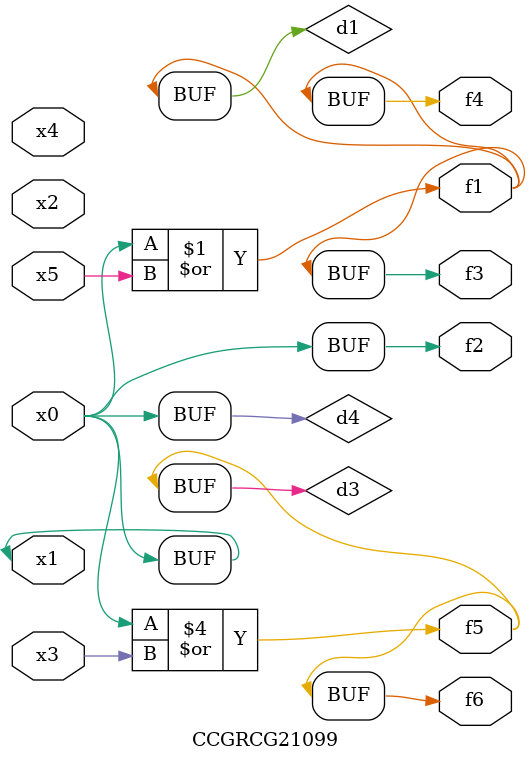
<source format=v>
module CCGRCG21099(
	input x0, x1, x2, x3, x4, x5,
	output f1, f2, f3, f4, f5, f6
);

	wire d1, d2, d3, d4;

	or (d1, x0, x5);
	xnor (d2, x1, x4);
	or (d3, x0, x3);
	buf (d4, x0, x1);
	assign f1 = d1;
	assign f2 = d4;
	assign f3 = d1;
	assign f4 = d1;
	assign f5 = d3;
	assign f6 = d3;
endmodule

</source>
